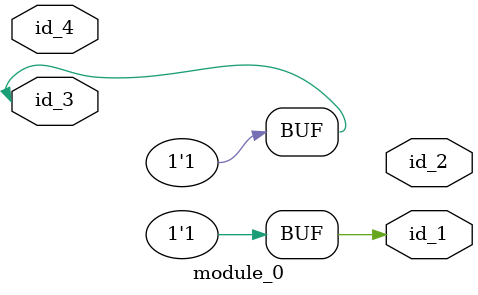
<source format=v>
module module_0 (
    id_1,
    id_2,
    id_3,
    id_4
);
  input id_4;
  inout id_3;
  output id_2;
  output id_1;
  assign id_3 = {!1, 1};
  assign id_1 = 1;
endmodule

</source>
